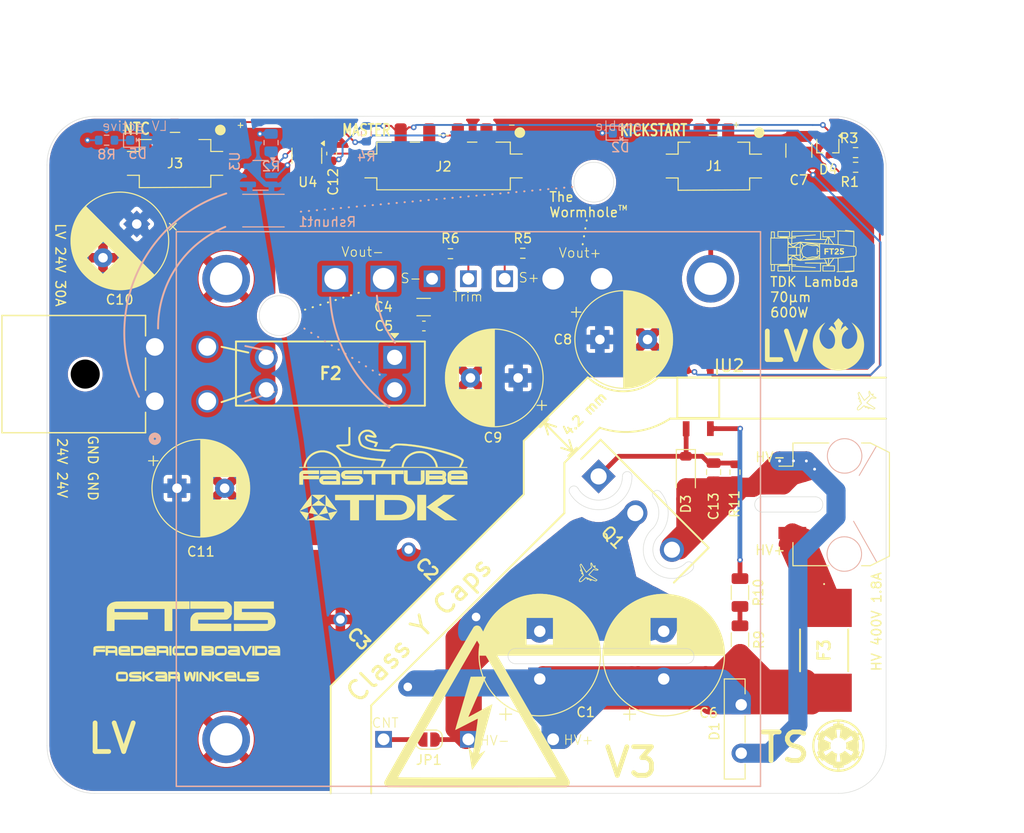
<source format=kicad_pcb>
(kicad_pcb
	(version 20241229)
	(generator "pcbnew")
	(generator_version "9.0")
	(general
		(thickness 1.67)
		(legacy_teardrops no)
	)
	(paper "A4")
	(layers
		(0 "F.Cu" mixed)
		(2 "B.Cu" mixed)
		(9 "F.Adhes" user "F.Adhesive")
		(11 "B.Adhes" user "B.Adhesive")
		(13 "F.Paste" user)
		(15 "B.Paste" user)
		(5 "F.SilkS" user "F.Silkscreen")
		(7 "B.SilkS" user "B.Silkscreen")
		(1 "F.Mask" user)
		(3 "B.Mask" user)
		(17 "Dwgs.User" user "User.Drawings")
		(19 "Cmts.User" user "User.Comments")
		(21 "Eco1.User" user "User.Eco1")
		(23 "Eco2.User" user "User.Eco2")
		(25 "Edge.Cuts" user)
		(27 "Margin" user)
		(31 "F.CrtYd" user "F.Courtyard")
		(29 "B.CrtYd" user "B.Courtyard")
		(35 "F.Fab" user)
		(33 "B.Fab" user)
		(39 "User.1" user)
		(41 "User.2" user)
		(43 "User.3" user)
		(45 "User.4" user)
		(47 "User.5" user)
		(49 "User.6" user)
		(51 "User.7" user)
		(53 "User.8" user)
		(55 "User.9" user)
	)
	(setup
		(stackup
			(layer "F.SilkS"
				(type "Top Silk Screen")
			)
			(layer "F.Paste"
				(type "Top Solder Paste")
			)
			(layer "F.Mask"
				(type "Top Solder Mask")
				(thickness 0.01)
			)
			(layer "F.Cu"
				(type "copper")
				(thickness 0.07)
			)
			(layer "dielectric 1"
				(type "core")
				(thickness 1.51)
				(material "FR4")
				(epsilon_r 4.5)
				(loss_tangent 0.02)
			)
			(layer "B.Cu"
				(type "copper")
				(thickness 0.07)
			)
			(layer "B.Mask"
				(type "Bottom Solder Mask")
				(thickness 0.01)
			)
			(layer "B.Paste"
				(type "Bottom Solder Paste")
			)
			(layer "B.SilkS"
				(type "Bottom Silk Screen")
			)
			(copper_finish "None")
			(dielectric_constraints no)
		)
		(pad_to_mask_clearance 0)
		(allow_soldermask_bridges_in_footprints no)
		(tenting front back)
		(grid_origin 154.6 131.4)
		(pcbplotparams
			(layerselection 0x00000000_00000000_55555555_5755f5ff)
			(plot_on_all_layers_selection 0x00000000_00000000_00000000_00000000)
			(disableapertmacros no)
			(usegerberextensions no)
			(usegerberattributes yes)
			(usegerberadvancedattributes yes)
			(creategerberjobfile no)
			(dashed_line_dash_ratio 12.000000)
			(dashed_line_gap_ratio 3.000000)
			(svgprecision 4)
			(plotframeref no)
			(mode 1)
			(useauxorigin yes)
			(hpglpennumber 1)
			(hpglpenspeed 20)
			(hpglpendiameter 15.000000)
			(pdf_front_fp_property_popups yes)
			(pdf_back_fp_property_popups yes)
			(pdf_metadata yes)
			(pdf_single_document no)
			(dxfpolygonmode yes)
			(dxfimperialunits yes)
			(dxfusepcbnewfont yes)
			(psnegative no)
			(psa4output no)
			(plot_black_and_white yes)
			(sketchpadsonfab no)
			(plotpadnumbers no)
			(hidednponfab no)
			(sketchdnponfab yes)
			(crossoutdnponfab yes)
			(subtractmaskfromsilk yes)
			(outputformat 1)
			(mirror no)
			(drillshape 0)
			(scaleselection 1)
			(outputdirectory "gerber/")
		)
	)
	(net 0 "")
	(net 1 "/-VIN")
	(net 2 "GND")
	(net 3 "Net-(D4-Pad3)")
	(net 4 "/+VIN")
	(net 5 "+3V3")
	(net 6 "/LV+")
	(net 7 "/3V_buttoncell")
	(net 8 "/TEMP_TSDCDC")
	(net 9 "/HV-in")
	(net 10 "/LV_I_measure")
	(net 11 "/I_meas_weak")
	(net 12 "Net-(U1-+S)")
	(net 13 "Net-(D2-A)")
	(net 14 "Net-(D5-K)")
	(net 15 "/Vout+")
	(net 16 "Net-(R3-Pad2)")
	(net 17 "Net-(U1-TRM)")
	(net 18 "/HV+in")
	(net 19 "/Enable_G")
	(net 20 "/Enable_Opto")
	(net 21 "Net-(JP1-A)")
	(net 22 "Net-(R10-Pad1)")
	(net 23 "/Vout-")
	(footprint "Capacitor_SMD:C_1210_3225Metric" (layer "F.Cu") (at 178.85 64.58 -90))
	(footprint "Resistor_SMD:R_0603_1608Metric" (layer "F.Cu") (at 184.8 64.8))
	(footprint "footprints:airplane" (layer "F.Cu") (at 156.66 108.97 135))
	(footprint "Capacitor_SMD:C_0805_2012Metric" (layer "F.Cu") (at 169.91 98.309999 -90))
	(footprint "footprints:VY1471M29Y5UC63V0" (layer "F.Cu") (at 130.766058 113.762876 -45))
	(footprint "footprints:rebellion" (layer "F.Cu") (at 183 84.9))
	(footprint "FaSTTUBe_connectors:Micro_Mate-N-Lok_2p_vertical" (layer "F.Cu") (at 169.94 66.21))
	(footprint "Capacitor_THT:CP_Radial_D12.5mm_P5.00mm" (layer "F.Cu") (at 151.679369 120.000968 90))
	(footprint "Capacitor_THT:CP_Radial_D10.0mm_P5.00mm" (layer "F.Cu") (at 109.411454 72.292233 -135))
	(footprint "LOGO"
		(layer "F.Cu")
		(uuid "36ea3436-548e-4414-bac1-a7348850c228")
		(at 180.33 75.14)
		(property "Reference" "G***"
			(at 0 0 0)
			(layer "F.SilkS")
			(hide yes)
			(uuid "f973503b-fa37-47d9-b20f-d30676bb0e6c")
			(effects
				(font
					(size 1.5 1.5)
					(thickness 0.3)
				)
			)
		)
		(property "Value" "LOGO"
			(at 0.75 0 0)
			(layer "F.SilkS")
			(hide yes)
			(uuid "6387be7f-2b16-465c-8f89-140f5aa812b4")
			(effects
				(font
					(size 1.5 1.5)
					(thickness 0.3)
				)
			)
		)
		(property "Datasheet" ""
			(at 0 0 0)
			(layer "F.Fab")
			(hide yes)
			(uuid "41393a24-4ba8-4af2-84c5-5556a5cd9241")
			(effects
				(font
					(size 1.27 1.27)
					(thickness 0.15)
				)
			)
		)
		(property "Description" ""
			(at 0 0 0)
			(layer "F.Fab")
			(hide yes)
			(uuid "47d9374d-4d87-4be0-875b-3451ee135b5f")
			(effects
				(font
					(size 1.27 1.27)
					(thickness 0.15)
				)
			)
		)
		(attr board_only exclude_from_pos_files exclude_from_bom)
		(fp_poly
			(pts
				(xy 2.210106 -0.240934) (xy 2.210106 -0.176067) (xy 2.115122 -0.176067) (xy 2.020138 -0.176067)
				(xy 2.020138 0.088034) (xy 2.020138 0.352134) (xy 1.948322 0.352134) (xy 1.876505 0.352134) (xy 1.876505 0.088034)
				(xy 1.876505 -0.176067) (xy 1.781521 -0.176067) (xy 1.686538 -0.176067) (xy 1.686538 -0.240935)
				(xy 1.686537 -0.305801) (xy 1.948322 -0.305801) (xy 2.210106 -0.305801)
			)
			(stroke
				(width 0)
				(type solid)
			)
			(fill yes)
			(layer "F.SilkS")
			(uuid "7df8e5e8-4ee8-444f-be4a-2fc6df64b466")
		)
		(fp_poly
			(pts
				(xy 1.644837 -0.238617) (xy 1.644837 -0.171435) (xy 1.49657 -0.171434) (xy 1.348303 -0.171434) (xy 1.348303 -0.10425)
				(xy 1.348303 -0.037067) (xy 1.484987 -0.037067) (xy 1.621671 -0.037067) (xy 1.621671 0.030116) (xy 1.621671 0.0973)
				(xy 1.484987 0.0973) (xy 1.348303 0.0973) (xy 1.348303 0.224717) (xy 1.348303 0.352134) (xy 1.27417 0.352134)
				(xy 1.200036 0.352134) (xy 1.200036 0.023167) (xy 1.200037 -0.305801) (xy 1.422437 -0.305801) (xy 1.644836 -0.305801)
			)
			(stroke
				(width 0)
				(type solid)
			)
			(fill yes)
			(layer "F.SilkS")
			(uuid "79488fa3-17fb-4e16-b5f3-2b64540a352f")
		)
		(fp_poly
			(pts
				(xy 2.532179 -0.312678) (xy 2.576155 -0.304473) (xy 2.614922 -0.2894) (xy 2.648 -0.267744) (xy 2.67491 -0.239793)
				(xy 2.695172 -0.205832) (xy 2.704208 -0.181813) (xy 2.708716 -0.159076) (xy 2.7108 -0.130942) (xy 2.71048 -0.100955)
				(xy 2.707773 -0.072656) (xy 2.703574 -0.052464) (xy 2.698715 -0.037255) (xy 2.692926 -0.02316) (xy 2.685517 -0.009402)
				(xy 2.675798 0.004797) (xy 2.663078 0.020215) (xy 2.646666 0.037632) (xy 2.625872 0.057823) (xy 2.600005 0.081568)
				(xy 2.568374 0.109644) (xy 2.53029 0.142829) (xy 2.529931 0.14314) (xy 2.430439 0.229351) (xy 2.575106 0.230575)
				(xy 2.719774 0.231799) (xy 2.719774 0.291967) (xy 2.719774 0.352134) (xy 2.490308 0.352134) (xy 2.260843 0.352134)
				(xy 2.262116 0.277056) (xy 2.263389 0.201979) (xy 2.356056 0.119177) (xy 2.402943 0.077122) (xy 2.443117 0.04073)
				(xy 2.476929 0.009665) (xy 2.504727 -0.016408) (xy 2.526863 -0.037827) (xy 2.543685 -0.054929) (xy 2.555544 -0.06805)
				(xy 2.562789 -0.077524) (xy 2.565176 -0.081851) (xy 2.5716 -0.10729) (xy 2.569746 -0.130812) (xy 2.56056 -0.15134)
				(xy 2.544994 -0.167801) (xy 2.523994 -0.179121) (xy 2.49851 -0.184225) (xy 2.475724 -0.18314) (xy 2.452963 -0.175273)
				(xy 2.433454 -0.159912) (xy 2.418912 -0.1387) (xy 2.413064 -0.123046) (xy 2.407173 -0.101018) (xy 2.367714 -0.103927)
				(xy 2.344598 -0.10571) (xy 2.320508 -0.107692) (xy 2.30031 -0.109471) (xy 2.298702 -0.109622) (xy 2.269145 -0.112408)
				(xy 2.272093 -0.14061) (xy 2.280459 -0.177948) (xy 2.296913 -0.213524) (xy 2.320278 -0.245457) (xy 2.349375 -0.271863)
				(xy 2.357833 -0.277654) (xy 2.388158 -0.29404) (xy 2.420755 -0.305158) (xy 2.458064 -0.31171) (xy 2.483473 -0.313727)
			)
			(stroke
				(width 0)
				(type solid)
			)
			(fill yes)
			(layer "F.SilkS")
			(uuid "c06ae400-d6b0-4739-b2a0-6d35249e5efc")
		)
		(fp_poly
			(pts
				(xy 3.243342 -0.245567) (xy 3.243342 -0.185334) (xy 3.111291 -0.185334) (xy 2.979241 -0.185333)
				(xy 2.979241 -0.135525) (xy 2.979241 -0.085718) (xy 3.035999 -0.085703) (xy 3.075658 -0.084189)
				(xy 3.108746 -0.079239) (xy 3.137528 -0.070212) (xy 3.16427 -0.05647) (xy 3.181956 -0.044466) (xy 3.203555 -0.026318)
				(xy 3.221029 -0.006004) (xy 3.236416 0.019128) (xy 3.246178 0.039116) (xy 3.254238 0.063529) (xy 3.259574 0.09369)
				(xy 3.261941 0.126422) (xy 3.261098 0.158544) (xy 3.257324 0.184609) (xy 3.244399 0.223685) (xy 3.224208 0.260227)
				(xy 3.198098 0.292412) (xy 3.167418 0.318418) (xy 3.150847 0.328502) (xy 3.111135 0.345164) (xy 3.066727 0.356095)
				(xy 3.020478 0.360938) (xy 2.975243 0.359334) (xy 2.945754 0.354196) (xy 2.903627 0.339619) (xy 2.867264 0.317857)
				(xy 2.836999 0.289211) (xy 2.813163 0.253981) (xy 2.79881 0.220868) (xy 2.79432 0.207035) (xy 2.791744 0.197519)
				(xy 2.791552 0.194601) (xy 2.796444 0.193609) (xy 2.808775 0.190877) (xy 2.826961 0.186759) (xy 2.849416 0.181613)
				(xy 2.863407 0.178384) (xy 2.887539 0.172819) (xy 2.908262 0.168078) (xy 2.924002 0.164518) (xy 2.933186 0.162495)
				(xy 2.934883 0.162167) (xy 2.937199 0.166065) (xy 2.941475 0.175947) (xy 2.943919 0.182163) (xy 2.957618 0.206359)
				(xy 2.976856 0.224378) (xy 2.999977 0.235881) (xy 3.025322 0.240528) (xy 3.051235 0.23798) (xy 3.076057 0.227898)
				(xy 3.095075 0.213134) (xy 3.111612 0.190456) (xy 3.120769 0.164235) (xy 3.12262 0.136431) (xy 3.117245 0.108995)
				(xy 3.10472 0.083886) (xy 3.089275 0.066498) (xy 3.070671 0.05315) (xy 3.049056 0.043822) (xy 3.022749 0.038071)
				(xy 2.990066 0.035457) (xy 2.969974 0.03519) (xy 2.940708 0.035905) (xy 2.915232 0.038169) (xy 2.889963 0.042519)
				(xy 2.861313 0.04949) (xy 2.845988 0.053732) (xy 2.835519 0.056704) (xy 2.838042 -0.086323) (xy 2.838768 -0.123978)
				(xy 2.83959 -0.160526) (xy 2.840463 -0.194417) (xy 2.841344 -0.224098) (xy 2.842188 -0.248021) (xy 2.842954 -0.264633)
				(xy 2.843135 -0.267576) (xy 2.845706 -0.305801) (xy 3.044525 -0.305801) (xy 3.243342 -0.305801)
			)
			(stroke
				(width 0)
				(type solid)
			)
			(fill yes)
			(layer "F.SilkS")
			(uuid "5a963cb9-9510-4127-9f96-127e7c222fca")
		)
		(fp_poly
			(pts
				(xy 3.38727 -2.232811) (xy 3.40086 -2.231479) (xy 3.422092 -2.229358) (xy 3.450178 -2.22653) (xy 3.484329 -2.223073)
				(xy 3.523759 -2.219069) (xy 3.567678 -2.214599) (xy 3.615297 -2.209743) (xy 3.66583 -2.204582) (xy 3.718489 -2.199197)
				(xy 3.772484 -2.193667) (xy 3.827029 -2.188075) (xy 3.881335 -2.182501) (xy 3.934614 -2.177024)
				(xy 3.986077 -2.171727) (xy 4.034939 -2.166689) (xy 4.080407 -2.161992) (xy 4.121698 -2.157716)
				(xy 4.158021 -2.153941) (xy 4.188587 -2.150748) (xy 4.200017 -2.149547) (xy 4.234253 -2.145885)
				(xy 4.265408 -2.142435) (xy 4.292316 -2.139335) (xy 4.31381 -2.136726) (xy 4.328722 -2.134745) (xy 4.335885 -2.133532)
				(xy 4.336334 -2.133359) (xy 4.336533 -2.128574) (xy 4.336655 -2.115023) (xy 4.336705 -2.093209)
				(xy 4.336684 -2.063633) (xy 4.336595 -2.026795) (xy 4.33644 -1.983198) (xy 4.336223 -1.933343) (xy 4.335944 -1.877731)
				(xy 4.335608 -1.816864) (xy 4.335216 -1.751243) (xy 4.33477 -1.681369) (xy 4.334273 -1.607743) (xy 4.333728 -1.530869)
				(xy 4.333136 -1.451244) (xy 4.332871 -1.416624) (xy 4.332241 -1.334602) (xy 4.331634 -1.254271)
				(xy 4.33105 -1.176204) (xy 4.330496 -1.10097) (xy 4.329976 -1.029142) (xy 4.329492 -0.961291) (xy 4.329052 -0.897987)
				(xy 4.328655 -0.839801) (xy 4.328308 -0.787305) (xy 4.328013 -0.741071) (xy 4.327776 -0.701668)
				(xy 4.327599 -0.669669) (xy 4.327487 -0.645643) (xy 4.327444 -0.630164) (xy 4.327444 -0.627586)
				(xy 4.327545 -0.55322) (xy 4.37377 -0.54809) (xy 4.419996 -0.542959) (xy 4.484971 -0.483626) (xy 4.505281 -0.464833)
				(xy 4.522986 -0.44798) (xy 4.537024 -0.434118) (xy 4.546333 -0.424295) (xy 4.54985 -0.419562) (xy 4.549855 -0.419489)
				(xy 4.550293 -0.414027) (xy 4.551582 -0.400285) (xy 4.55363 -0.379199) (xy 4.556344 -0.351708) (xy 4.55963 -0.31875)
				(xy 4.563396 -0.281261) (xy 4.567548 -0.240179) (xy 4.571355 -0.202709) (xy 4.592945 0.009267) (xy 4.571355 0.221242)
				(xy 4.566945 0.264663) (xy 4.562841 0.305296) (xy 4.559137 0.342206) (xy 4.555926 0.374453) (xy 4.553301 0.401102)
				(xy 4.551353 0.421213) (xy 4.550178 0.433849) (xy 4.549855 0.438022) (xy 4.546612 0.442512) (xy 4.537531 0.452137)
				(xy 4.523674 0.465847) (xy 4.506105 0.482593) (xy 4.485885 0.501324) (xy 4.484971 0.50216) (xy 4.419997 0.561493)
				(xy 4.373769 0.566623) (xy 4.327545 0.571753) (xy 4.327444 0.646119) (xy 4.327469 0.65926) (xy 4.327563 0.681097)
				(xy 4.327723 0.711058) (xy 4.327945 0.748571) (xy 4.328225 0.793067) (xy 4.328559 0.843974) (xy 4.328943 0.90072)
				(xy 4.329373 0.962734) (xy 4.329846 1.029446) (xy 4.330356 1.100286) (xy 4.330901 1.17468) (xy 4.331477 1.252059)
				(xy 4.332079 1.33185) (xy 4.332704 1.413485) (xy 4.332871 1.435157) (xy 4.333481 1.5158) (xy 4.334047 1.593906)
				(xy 4.334564 1.668978) (xy 4.335032 1.740512) (xy 4.335447 1.808006) (xy 4.335808 1.870958) (xy 4.336111 1.928869)
				(xy 4.336355 1.981237) (xy 4.336537 2.02756) (xy 4.336653 2.067337) (xy 4.336704 2.100067) (xy 4.336685 2.125248)
				(xy 4.336594 2.142379) (xy 4.336429 2.150958) (xy 4.336335 2.151893) (xy 4.331377 2.152884) (xy 4.318367 2.15468)
				(xy 4.298472 2.157138) (xy 4.272859 2.160123) (xy 4.242694 2.163495) (xy 4.209148 2.167117) (xy 4.200017 2.168082)
				(xy 4.172233 2.170992) (xy 4.138346 2.174521) (xy 4.099146 2.178586) (xy 4.055419 2.183108) (xy 4.007954 2.188005)
				(xy 3.957539 2.193199) (xy 3.904962 2.198607) (xy 3.851011 2.204148) (xy 3.796475 2.209742) (xy 3.742141 2.215309)
				(xy 3.688796 2.220768) (xy 3.63723 2.226037) (xy 3.588231 2.231037) (xy 3.542586 2.235687) (xy 3.501083 2.239906)
				(xy 3.464512 2.243614) (xy 3.433658 2.246729) (xy 3.409312 2.249172) (xy 3.39226 2.250859) (xy 3.383291 2.251715)
				(xy 3.382109 2.251806) (xy 3.380255 2.247528) (xy 3.378178 2.23608) (xy 3.376217 2.219545) (xy 3.37545 2.210835)
				(xy 3.3736 2.191763) (xy 3.371439 2.175942) (xy 3.369333 2.165869) (xy 3.368582 2.163999) (xy 3.368194 2.163123)
				(xy 3.367841 2.162336) (xy 3.367055 2.161657) (xy 3.365358 2.161104) (xy 3.362276 2.160697) (xy 3.357337 2.160453)
				(xy 3.350069 2.160392) (xy 3.339994 2.160532) (xy 3.32664 2.16089) (xy 3.309536 2.161487) (xy 3.288204 2.162341)
				(xy 3.26217 2.16347) (xy 3.230964 2.164892) (xy 3.19411 2.166627) (xy 3.151135 2.168692) (xy 3.101565 2.171107)
				(xy 3.044926 2.17389) (xy 2.980744 2.177059) (xy 2.908545 2.180634) (xy 2.827857 2.184632) (xy 2.773776 2.187311)
				(xy 2.723126 2.189773) (xy 2.675244 2.19201) (xy 2.630927 2.19399) (xy 2.590972 2.195683) (xy 2.556177 2.197057)
				(xy 2.52734 2.198081) (xy 2.505257 2.198724) (xy 2.490727 2.198954) (xy 2.484548 2.198738) (xy 2.484397 2.198675)
				(xy 2.482972 2.193086) (xy 2.4815 2.180449) (xy 2.480208 2.162975) (xy 2.479683 2.152716) (xy 2.477796 2.109587)
				(xy 2.502643 2.106603) (xy 2.520245 2.105084) (xy 2.542271 2.103995) (xy 2.563398 2.103579) (xy 2.599307 2.103539)
				(xy 2.599205 2.03983) (xy 2.599136 2.026958) (xy 2.59896 2.005475) (xy 2.598682 1.976034) (xy 2.598313 1.939289)
				(xy 2.597857 1.895895) (xy 2.597323 1.846507) (xy 2.596718 1.791777) (xy 2.596049 1.732363) (xy 2.595323 1.668916)
				(xy 2.594547 1.602089) (xy 2.593729 1.53254) (xy 2.592876 1.460921) (xy 2.592357 1.417804) (xy 2.591488 1.345622)
				(xy 2.590651 1.275356) (xy 2.589851 1.207638) (xy 2.589097 1.143098) (xy 2.588395 1.08237) (xy 2.587752 1.026085)
				(xy 2.587175 0.974875) (xy 2.586672 0.929372) (xy 2.58625 0.890208) (xy 2.585916 0.858015) (xy 2.585677 0.833425)
				(xy 2.585539 0.817069) (xy 2.585508 0.811266) (xy 2.585407 0.763045) (xy 2.477681 0.76615) (xy 2.420738 0.767807)
				(xy 2.372367 0.769264) (xy 2.331872 0.770562) (xy 2.298559 0.771745) (xy 2.271738 0.772854) (xy 2.250712 0.773931)
				(xy 2.234789 0.775018) (xy 2.223275 0.776158) (xy 2.215478 0.777392) (xy 2.210703 0.778764) (xy 2.208257 0.780313)
				(xy 2.207447 0.782084) (xy 2.207419 0.782564) (xy 2.204733 0.787317) (xy 2.196946 0.798996) (xy 2.184444 0.817061)
				(xy 2.167617 0.84097) (xy 2.146849 0.870183) (xy 2.122527 0.90416) (xy 2.09504 0.94236) (xy 2.064773 0.984242)
				(xy 2.032115 1.029266) (xy 1.99745 1.07689) (xy 1.961168 1.126575) (xy 1.960005 1.128165) (xy 1.923623 1.177986)
				(xy 1.888809 1.225823) (xy 1.855956 1.271128) (xy 1.825453 1.313354) (xy 1.797694 1.351955) (xy 1.773068 1.386383)
				(xy 1.751966 1.416092) (xy 1.734781 1.440534) (xy 1.721903 1.459162) (xy 1.713724 1.47143) (xy 1.710635 1.47679)
				(xy 1.710627 1.476824) (xy 1.708624 1.487304) (xy 2.003382 1.487304) (xy 2.298139 1.487304) (xy 2.298144 1.583446)
				(xy 2.298213 1.608384) (xy 2.298406 1.641116) (xy 2.29871 1.680174) (xy 2.299111 1.724089) (xy 2.299595 1.771389)
				(xy 2.300147 1.820606) (xy 2.300755 1.870268) (xy 2.301218 1.905463) (xy 2.304286 2.131339) (xy 1.647305 2.131339)
				(xy 0.990323 2.131339) (xy 0.993195 2.113964) (xy 0.993689 2.106417) (xy 0.994158 2.090423) (xy 0.994594 2.066805)
				(xy 0.99496 2.038672) (xy 1.08875 2.038672) (xy 1.647111 2.038672) (xy 2.205472 2.038672) (xy 2.205472 1.809321)
				(xy 2.205472 1.579971) (xy 1.656421 1.579199) (xy 1.585739 1.579096) (xy 1.517565 1.578991) (xy 1.452484 1.578885)
				(xy 1.391074 1.578779) (xy 1.333918 1.578675) (xy 1.281595 1.578571) (xy 1.234689 1.578472) (xy 1.193778 1.578378)
				(xy 1.159447 1.57829) (xy 1.132272 1.578209) (xy 1.112838 1.578137) (xy 1.101725 1.578074) (xy 1.099261 1.57804)
				(xy 1.097423 1.578408) (xy 1.095875 1.580202) (xy 1.094589 1.584173) (xy 1.093535 1.591074) (xy 1.092682 1.601656)
				(xy 1.091999 1.61667) (xy 1.091456 1.636869) (xy 1.091023 1.663004) (xy 1.090669 1.695827) (xy 1.090364 1.736087)
				(xy 1.090077 1.784539) (xy 1.089951 1.808163) (xy 1.08875 2.038672) (xy 0.99496 2.038672) (xy 0.99499 2.036382)
				(xy 0.995338 1.999975) (xy 0.995631 1.958404) (xy 0.995862 1.912492) (xy 0.996024 1.863057) (xy 0.996108 1.810921)
				(xy 0.996118 1.78963) (xy 0.996169 1.482671) (xy 1.242123 1.482671) (xy 1.291787 1.482595) (xy 1.337431 1.482378)
				(xy 1.378334 1.48203) (xy 1.413769 1.481564) (xy 1.443013 1.480992) (xy 1.465339 1.480327) (xy 1.480024 1.47958)
				(xy 1.486341 1.478764) (xy 1.486531 1.478558) (xy 1.484152 1.47334) (xy 1.478357 1.461039) (xy 1.469747 1.442919)
				(xy 1.458926 1.420247) (xy 1.446495 1.394288) (xy 1.441011 1.382862) (xy 1.397037 1.291279) (xy 1.283478 1.294298)
				(xy 1.249685 1.295057) (xy 1.208904 1.295746) (xy 1.163413 1.296342) (xy 1.11549 1.296818) (xy 1.067413 1.297151)
				(xy 1.021462 1.297314) (xy 1.006594 1.297327) (xy 0.843269 1.297337) (xy 0.843269 1.721288) (xy 0.843269 2.145239)
				(xy -0.708148 2.145239) (xy -2.259563 2.145239) (xy -2.262634 1.935978) (xy -2.263315 1.886185)
				(xy -2.263944 1.833688) (xy -2.264503 1.780411) (xy -2.264976 1.728276) (xy -2.265345 1.679207)
				(xy -2.265592 1.635127) (xy -2.265702 1.59796) (xy -2.265706 1.590794) (xy -2.265739 1.55167) (xy -2.265876 1.520834)
				(xy -2.266173 1.497306) (xy -2.266692 1.480108) (xy -2.26749 1.46826) (xy -2.268626 1.460783) (xy -2.270157 1.456697)
				(xy -2.272141 1.455025) (xy -2.273814 1.454766) (xy -2.280294 1.454537) (xy -2.294854 1.453935)
				(xy -2.316319 1.453013) (xy -2.343512 1.451821) (xy -2.37526 1.450411) (xy -2.410382 1.448834) (xy -2.43019 1.447939)
				(xy -2.468142 1.446262) (xy -2.504686 1.44473) (xy -2.538371 1.443397) (xy -2.567745 1.442318) (xy -2.591357 1.441547)
				(xy -2.607758 1.441142) (xy -2.612049 1.441093) (xy -2.64564 1.44097) (xy -2.64564 1.468771) (xy -2.645639 1.496571)
				(xy -2.525331 1.496571) (xy -2.405021 1.496571) (xy -2.403705 1.805846) (xy -2.403515 1.858546)
				(xy -2.403401 1.908502) (xy -2.40336 1.954946) (xy -2.40339 1.997109) (xy -2.403489 2.034222) (xy -2.403653 2.065515)
				(xy -2.403881 2.090221) (xy -2.404171 2.107569) (xy -2.404518 2.116791) (xy -2.404706 2.118106)
				(xy -2.409529 2.11848) (xy -2.423095 2.118886) (xy -2.44488 2.119321) (xy -2.474362 2.119778) (xy -2.511016 2.120253)
				(xy -2.554319 2.12074) (xy -2.603749 2.121235) (xy -2.658781 2.121732) (xy -2.718891 2.122227) (xy -2.783558 2.122715)
				(xy -2.852257 2.12319) (xy -2.924462 2.123648) (xy -2.999654 2.124083) (xy -3.0638 2.124423) (xy -3.720577 2.127757)
				(xy -3.720577 1.81448) (xy -3.720577 1.593871) (xy -3.62791 1.593871) (xy -3.62791 1.814711) (xy -3.62791 2.03555)
				(xy -3.411698 2.032478) (xy -3.369215 2.031948) (xy -3.31891 2.031448) (xy -3.262228 2.030984) (xy -3.200615 2.030565)
				(xy -3.135516 2.030198) (xy -3.068375 2.029891) (xy -3.000637 2.029653) (xy -2.933749 2.02949) (xy -2.869154 2.029412)
				(xy -2.846385 2.029405) (xy -2.497283 2.029405) (xy -2.498486 1.81048) (xy -2.49969 1.591554) (xy -2.537915 1.591676)
				(xy -2.547579 1.591701) (xy -2.565869 1.591743) (xy -2.592146 1.591801) (xy -2.62577 1.591872) (xy -2.666099 1.591957)
				(xy -2.712496 1.592053) (xy -2.764319 1.592159) (xy -2.820929 1.592274) (xy -2.881685 1.592396)
				(xy -2.945948 1.592525) (xy -3.013077 1.592659) (xy -3.082432 1.592796) (xy -3.102025 1.592834)
				(xy -3.62791 1.593871) (xy -3.720577 1.593871) (xy -3.720577 1.501204) (xy -3.654551 1.501183) (xy -3.624666 1.500936)
				(xy -3.592334 1.500279) (xy -3.561481 1.499312) (xy -3.536401 1.498158) (xy -3.484276 1.495155)
				(xy -3.484276 1.468063) (xy -3.484276 1.44097) (xy -3.740716 1.44097) (xy -3.997156 1.44097) (xy -4.000524 1.764101)
				(xy -4.001097 1.817922) (xy -4.001663 1.868962) (xy -4.002214 1.916476) (xy -4.002738 1.959718)
				(xy -4.003227 1.997942) (xy -4.00367 2.030405) (xy -4.004058 2.056359) (xy -4.004382 2.07506) (xy -4.004631 2.085762)
				(xy -4.004755 2.088096) (xy -4.009616 2.088576) (xy -4.02259 2.089168) (xy -4.042528 2.089847) (xy -4.068278 2.090589)
				(xy -4.098689 2.091373) (xy -4.132609 2.092176) (xy -4.168888 2.092974) (xy -4.206373 2.093745)
				(xy -4.243913 2.094466) (xy -4.28036 2.095114) (xy -4.314559 2.095667) (xy -4.34536 2.096101) (xy -4.371612 2.096393)
				(xy -4.392163 2.096521) (xy -4.405862 2.096463) (xy -4.411559 2.096194) (xy -4.41163 2.096166) (xy -4.412287 2.091243)
				(xy -4.412909 2.077802) (xy -4.413489 2.056593) (xy -4.414016 2.028365) (xy -4.414482 1.993867)
				(xy -4.414878 1.953848) (xy -4.415193 1.909058) (xy -4.415422 1.860246) (xy -4.415551 1.808161)
				(xy -4.415578 1.769665) (xy -4.415578 1.445919) (xy -4.322912 1.44592) (xy -4.322911 1.632667) (xy -4.32283 1.677998)
				(xy -4.322597 1.724363) (xy -4.322233 1.770035) (xy -4.321755 1.813286) (xy -4.321184 1.852391)
				(xy -4.320538 1.885623) (xy -4.319861 1.910511) (xy -4.31681 2.001605) (xy -4.27237 2.001588) (xy -4.250095 2.001348)
				(xy -4.222113 2.000707) (xy -4.191967 1.999762) (xy -4.163205 1.99861) (xy -4.162654 1.998585) (xy -4.09738 1.995599)
				(xy -4.094329 1.722449) (xy -4.093807 1.672987) (xy -4.093375 1.626306) (xy -4.093037 1.583227)
				(xy -4.092796 1.544568) (xy -4.092653 1.51115) (xy -4.092615 1.483793) (xy -4.092685 1.463316) (xy -4.092866 1.450539)
				(xy -4.09313 1.446294) (xy -4.09808 1.445515) (xy -4.111021 1.444917) (xy -4.130668 1.444519) (xy -4.155749 1.444338)
				(xy -4.184984 1.444394) (xy -4.208947 1.444604) (xy -4.322912 1.44592) (xy -4.415578 1.445919) (xy -4.415578 1.445604)
				(xy -4.44609 1.445604) (xy -4.476601 1.445603) (xy -4.472918 1.340195) (xy -4.472551 1.32484) (xy -4.472203 1.300703)
				(xy -4.471875 1.268271) (xy -4.471567 1.22803) (xy -4.471279 1.180464) (xy -4.47101 1.126058) (xy -4.470761 1.065302)
				(xy -4.470532 0.998677) (xy -4.470323 0.92667) (xy -4.470132 0.849767) (xy -4.469964 0.768454) (xy -4.469814 0.683216)
				(xy -4.469683 0.594538) (xy -4.469572 0.502907) (xy -4.469482 0.408808) (xy -4.469412 0.312726)
				(xy -4.469361 0.215146) (xy -4.469329 0.116557) (xy -4.469318 0.017441) (xy -4.469319 0.009267)
				(xy -4.376195 0.009267) (xy -4.376195 1.348304) (xy -3.921735 1.348303) (xy -3.84542 1.348265) (xy -3.763054 1.348156)
				(xy -3.676284 1.347978) (xy -3.586755 1.34774) (xy -3.496112 1.347448) (xy -3.4755 1.34737) (xy -2.566874 1.347369)
				(xy -2.510115 1.350271) (xy -2.485398 1.351507) (xy -2.454562 1.353009) (xy -2.420743 1.354622)
				(xy -2.387079 1.356201) (xy -2.369956 1.35699) (xy -2.342439 1.358262) (xy -2.317591 1.359435) (xy -2.297116 1.360426)
				(xy -2.28272 1.361153) (xy -2.27648 1.361507) (xy -2.266404 1.362204) (xy -2.268995 1.099261) (xy -2.269489 1.050816)
				(xy -2.269988 1.005216) (xy -2.270479 0.963292) (xy -2.270952 0.925869) (xy -2.271395 0.893779)
				(xy -2.271407 0.893007) (xy -2.176597 0.893007) (xy -2.176496 0.920555) (xy -2.176287 0.953996)
				(xy -2.175973 0.992488) (xy -2.175561 1.035186) (xy -2.175055 1.081248) (xy -2.174701 1.110891)
				(xy -2.17154 1.365972) (xy -2.129432 1.368977) (xy -2.067771 1.373609) (xy -2.010185 1.378392) (xy -1.957281 1.383255)
				(xy -1.909674 1.388125) (xy -1.867971 1.39293) (xy -1.832783 1.397595) (xy -1.80472 1.40205) (xy -1.784393 1.406223)
				(xy -1.772412 1.410037) (xy -1.769774 1.411753) (xy -1.769529 1.417538) (xy -1.771735 1.42998) (xy -1.775956 1.446925)
				(xy -1.778921 1.457187) (xy -1.785239 1.477077) (xy -1.790133 1.489488) (xy -1.794401 1.495928)
				(xy -1.798845 1.497914) (xy -1.800426 1.497857) (xy -1.808153 1.49683) (xy -1.823059 1.494741) (xy -1.843149 1.491874)
				(xy -1.866434 1.488511) (xy -1.871871 1.48772) (xy -1.897523 1.484335) (xy -1.929466 1.480654) (xy -1.964746 1.476986)
				(xy -2.000406 1.473642) (xy -2.027089 1.471419) (xy -2.057452 1.46905) (xy -2.086497 1.466764) (xy -2.112259 1.464717)
				(xy -2.132778 1.463064) (xy -2.146087 1.461962) (xy -2.146397 1.461935) (xy -2.173039 1.459646)
				(xy -2.173039 1.489692) (xy -2.172691 1.506113) (xy -2.171285 1.515262) (xy -2.168279 1.519122)
				(xy -2.164797 1.519737) (xy -2.158723 1.520031) (xy -2.144281 1.520874) (xy -2.12235 1.522213) (xy -2.093809 1.52399)
				(xy -2.059538 1.526152) (xy -2.020415 1.528643) (xy -1.977319 1.531407) (xy -1.93113 1.534389) (xy -1.906488 1.535988)
				(xy -1.854929 1.539338) (xy -1.80268 1.542728) (xy -1.751135 1.546071) (xy -1.701688 1.549275) (xy -1.655732 1.55225)
				(xy -1.614661 1.554907) (xy -1.579869 1.557154) (xy -1.552749 1.558901) (xy -1.549854 1.559087)
				(xy -1.519396 1.561047) (xy -1.481663 1.56348) (xy -1.438624 1.566258) (xy -1.392251 1.569254) (xy -1.344516 1.57234)
				(xy -1.297389 1.575391) (xy -1.264903 1.577495) (xy -1.217015 1.580596) (xy -1.16498 1.583963) (xy -1.111213 1.587439)
				(xy -1.058137 1.590868) (xy -1.008165 1.594093) (xy -0.963719 1.596959) (xy -0.942887 1.598301)
				(xy -0.897305 1.601236) (xy -0.845716 1.60456) (xy -0.791355 1.608063) (xy -0.737462 1.611537) (xy -0.687275 1.614773)
				(xy -0.655619 1.616816) (xy -0.610848 1.619703) (xy -0.559926 1.622982) (xy -0.505948 1.626455)
				(xy -0.452011 1.629924) (xy -0.401211 1.633186) (xy -0.363718 1.635592) (xy -0.328419 1.637861)
				(xy -0.285555 1.640625) (xy -0.236806 1.643776) (xy -0.183852 1.647202) (xy -0.128376 1.650799)
				(xy -0.072057 1.654455) (xy -0.016577 1.658062) (xy 0.031407 1.661186) (xy 0.078504 1.664246) (xy 0.122931 1.667115)
				(xy 0.163807 1.669738) (xy 0.200251 1.672059) (xy 0.231381 1.674022) (xy 0.256316 1.675572) (xy 0.274174 1.676652)
				(xy 0.284073 1.677206) (xy 0.285714 1.677271) (xy 0.289145 1.678355) (xy 0.291125 1.682707) (xy 0.291847 1.691981)
				(xy 0.291504 1.70783) (xy 0.290854 1.721421) (xy 0.289553 1.740799) (xy 0.287959 1.756543) (xy 0.286321 1.766454)
				(xy 0.285478 1.768637) (xy 0.280651 1.768608) (xy 0.266958 1.768) (xy 0.24478 1.766836) (xy 0.214499 1.765141)
				(xy 0.176497 1.762937) (xy 0.131153 1.76025) (xy 0.078851 1.757101) (xy 0.019972 1.753516) (xy -0.045106 1.749517)
				(xy -0.115998 1.745128) (xy -0.192324 1.740372) (xy -0.273703 1.735274) (xy -0.359753 1.729857)
				(xy -0.450093 1.724144) (xy -0.544342 1.718159) (xy -0.642118 1.711925) (xy -0.743041 1.705468)
				(xy -0.846728 1.698808) (xy -0.944155 1.692531) (xy -1.050013 1.6857) (xy -1.153439 1.679031) (xy -1.254052 1.67255)
				(xy -1.351472 1.666279) (xy -1.445319 1.660243) (xy -1.535212 1.654466) (xy -1.620772 1.648974)
				(xy -1.701618 1.643789) (xy -1.77737 1.638936) (xy -1.847648 1.634441) (xy -1.912071 1.630326) (xy -1.97026 1.626617)
				(xy -2.021834 1.623337) (xy -2.066412 1.620512) (xy -2.103615 1.618164) (xy -2.133063 1.61632) (xy -2.154375 1.615002)
				(xy -2.167171 1.614236) (xy -2.171095 1.614039) (xy -2.171128 1.618662) (xy -2.171074 1.631645)
				(xy -2.170943 1.652082) (xy -2.170742 1.679067) (xy -2.170476 1.711694) (xy -2.170155 1.749057)
				(xy -2.169782 1.790249) (xy -2.169374 1.833647) (xy -2.167282 2.052572) (xy -0.707684 2.052572)
				(xy 0.751913 2.052572) (xy 0.748501 1.676113) (xy 0.747965 1.617934) (xy 0.747438 1.562492) (xy 0.746927 1.510476)
				(xy 0.746439 1.462575) (xy 0.745982 1.419482) (xy 0.745565 1.381879) (xy 0.745193 1.350461) (xy 0.744876 1.325917)
				(xy 0.74462 1.308934) (xy 0.744433 1.300203) (xy 0.74437 1.299146) (xy 0.739738 1.29906) (xy 0.726314 1.298912)
				(xy 0.704572 1.298707) (xy 0.674985 1.29845) (xy 0.63803 1.298141) (xy 0.594179 1.297786) (xy 0.543907 1.297389)
				(xy 0.487688 1.296953) (xy 0.425996 1.296482) (xy 0.359306 1.295979) (xy 0.288092 1.295448) (xy 0.212828 1.294894)
				(xy 0.133988 1.294318) (xy 0.052047 1.293726) (xy -0.032522 1.293121) (xy -0.050967 1.292989) (xy -0.136082 1.292366)
				(xy -0.218697 1.291727) (xy -0.298338 1.291076) (xy -0.374525 1.29042) (xy -0.446785 1.289762) (xy -0.51464 1.289109)
				(xy -0.577615 1.288467) (xy -0.635234 1.287838) (xy -0.687017 1.287229) (xy -0.732492 1.286647)
				(xy -0.771182 1.286094) (xy -0.80261 1.285578) (xy -0.8263 1.285103) (xy -0.841774 1.284674) (xy -0.848559 1.284296)
				(xy -0.848834 1.284224) (xy -0.849966 1.278521) (xy -0.850313 1.265798) (xy -0.849853 1.248265)
				(xy -0.849272 1.23771) (xy -0.84646 1.194313) (xy -0.241371 1.198332) (xy -0.165921 1.198806) (xy -0.087571 1.199245)
				(xy -0.006827 1.199647) (xy 0.075804 1.200015) (xy 0.159817 1.200345) (xy 0.244705 1.200641) (xy 0.329962 1.2009)
				(xy 0.415083 1.201123) (xy 0.49956 1.201308) (xy 0.582888 1.201456) (xy 0.664561 1.201569) (xy 0.744073 1.201645)
				(xy 0.820918 1.20168) (xy 0.894589 1.201678) (xy 0.964581 1.20164) (xy 1.030387 1.201562) (xy 1.091501 1.201446)
				(xy 1.147417 1.20129) (xy 1.19763 1.201096) (xy 1.241632 1.200862) (xy 1.278919 1.200589) (xy 1.308983 1.200276)
				(xy 1.331319 1.199923) (xy 1.34542 1.19953) (xy 1.35078 1.199096) (xy 1.350806 1.199078) (xy 1.349214 1.19475)
				(xy 1.344123 1.183101) (xy 1.336024 1.165174) (xy 1.325408 1.142014) (xy 1.312764 1.114663) (xy 1.298583 1.084164)
				(xy 1.283355 1.051563) (xy 1.26757 1.0179) (xy 1.251718 0.984222) (xy 1.23629 0.951571) (xy 1.221776 0.920988)
				(xy 1.208665 0.893521) (xy 1.197449 0.87021) (xy 1.188618 0.852101) (xy 1.18266 0.840235) (xy 1.180095 0.835685)
				(xy 1.175226 0.835695) (xy 1.161554 0.836353) (xy 1.139522 0.83763) (xy 1.10957 0.839495) (xy 1.07214 0.84192)
				(xy 1.027672 0.844876) (xy 0.976607 0.848331) (xy 0.919386 0.852257) (xy 0.85645 0.856627) (xy 0.788239 0.861409)
				(xy 0.715194 0.866573) (xy 0.685735 0.868667) (xy 0.663095 0.870269) (xy 0.632355 0.872428) (xy 0.594658 0.875065)
				(xy 0.551149 0.8781) (xy 0.502971 0.881454) (xy 0.451269 0.885047) (xy 0.397186 0.888799) (xy 0.341867 0.89263)
				(xy 0.286456 0.896461) (xy 0.284951 0.896566) (xy 0.176937 0.90403) (xy 0.077696 0.910891) (xy -0.013246 0.917182)
				(xy -0.09636 0.922935) (xy -0.172119 0.928184) (xy -0.240997 0.932962) (xy -0.303464 0.9373) (xy -0.359995 0.941234)
				(xy -0.411061 0.944794) (xy -0.457135 0.948013) (xy -0.49869 0.950924) (xy -0.536198 0.953561) (xy -0.549051 0.954467)
				(xy -0.578891 0.956562) (xy -0.616558 0.95919) (xy -0.660642 0.962254) (xy -0.709728 0.965655) (xy -0.7624 0.969296)
				(xy -0.817245 0.973079) (xy -0.872847 0.976906) (xy -0.927792 0.980679) (xy -0.949836 0.98219) (xy -1.01286 0.986511)
				(xy -1.067275 0.990257) (xy -1.113708 0.993486) (xy -1.152795 0.996259) (xy -1.185167 0.998635)
				(xy -1.211458 1.000672) (xy -1.232301 1.002429) (xy -1.248327 1.003966) (xy -1.26017 1.005342) (xy -1.268462 1.006617)
				(xy -1.273837 1.007848) (xy -1.276926 1.009095) (xy -1.278363 1.010417) (xy -1.27878 1.011874) (xy -1.278804 1.012926)
				(xy -1.282603 1.018344) (xy -1.286912 1.019325) (xy -1.292531 1.018476) (xy -1.306619 1.016012)
				(xy -1.328539 1.012051) (xy -1.357656 1.006711) (xy -1.393335 1.000111) (xy -1.434941 0.992369)
				(xy -1.481838 0.983603) (xy -1.533392 0.973932) (xy -1.588967 0.963474) (xy -1.647926 0.952347)
				(xy -1.709637 0.94067) (xy -1.734781 0.935903) (xy -1.797241 0.924076) (xy -1.857088 0.912784) (xy -1.913699 0.902139)
				(xy -1.953465 0.894691) (xy -1.182718 0.894691) (xy -1.181463 0.896526) (xy -1.178384 0.896375)
				(xy -1.172445 0.895435) (xy -1.157826 0.893191) (xy -1.135011 0.889716) (xy -1.104486 0.885085)
				(xy -1.066734 0.879368) (xy -1.022239 0.87264) (xy -0.971486 0.864975) (xy -0.914959 0.856444) (xy -0.853143 0.847121)
				(xy -0.786521 0.837079) (xy -0.736248 0.829506) (xy 1.283437 0.829506) (xy 1.285371 0.83409) (xy 1.290948 0.846313)
				(xy 1.299823 0.865444) (xy 1.311656 0.890755) (xy 1.326103 0.921518) (xy 1.342822 0.957002) (xy 1.361471 0.99648)
				(xy 1.381708 1.039222) (xy 1.403189 1.0845) (xy 1.404312 1.086863) (xy 1.426648 1.133895) (xy 1.448401 1.179705)
				(xy 1.46914 1.223387) (xy 1.488433 1.264033) (xy 1.50585 1.300734) (xy 1.52096 1.332582) (xy 1.53333 1.358667)
				(xy 1.542531 1.378082) (xy 1.547623 1.388845) (xy 1.556963 1.407744) (xy 1.565324 1.423077) (xy 1.571732 1.433155)
				(xy 1.575015 1.436337) (xy 1.580188 1.435472) (xy 1.580479 1.435179) (xy 1.580745 1.430338) (xy 1.581201 1.417174)
				(xy 1.581825 1.396605) (xy 1.582595 1.369556) (xy 1.58344 1.338627) (xy 1.677952 1.338627) (xy 1.678207 1.349718)
				(xy 1.678783 1.352937) (xy 1.681828 1.348916) (xy 1.689917 1.337994) (xy 1.702623 1.320751) (xy 1.719521 1.297767)
				(xy 1.740185 1.269622) (xy 1.764191 1.236896) (xy 1.791111 1.200169) (xy 1.820521 1.160021) (xy 1.851995 1.117032)
				(xy 1.885108 1.071782) (xy 1.889579 1.065669) (xy 1.9228 1.020219) (xy 1.954356 0.976973) (xy 1.983829 0.936509)
				(xy 2.010802 0.899402) (xy 2.034857 0.866229) (xy 2.055579 0.837567) (xy 2.072549 0.813991) (xy 2.085351 0.796077)
				(xy 2.093565 0.784403) (xy 2.096777 0.779544) (xy 2.096803 0.77944) (xy 2.092053 0.779288) (xy 2.079195 0.779455)
				(xy 2.059383 0.779902) (xy 2.033769 0.780591) (xy 2.003504 0.78148) (xy 1.969743 0.782532) (xy 1.933637 0.783705)
				(xy 1.896338 0.784961) (xy 1.859 0.786261) (xy 1.822775 0.787565) (xy 1.788815 0.788832) (xy 1.758272 0.790024)
				(xy 1.7323 0.791103) (xy 1.712051 0.792025) (xy 1.698677 0.792754) (xy 1.693331 0.79325) (xy 1.693288 0.793274)
				(xy 1.692863 0.798069) (xy 1.692256 0.811168) (xy 1.691498 0.83161) (xy 1.690619 0.858433) (xy 1.68965 0.890677)
				(xy 1.688622 0.92738) (xy 1.687565 0.967583) (xy 1.686964 0.991606) (xy 1.685818 1.037429) (xy 1.684622 1.083742)
				(xy 1.683421 1.128973) (xy 1.682258 1.171551) (xy 1.681174 1.209907) (xy 1.680215 1.242468) (xy 1.67942 1.267665)
				(xy 1.679281 1.271853) (xy 1.678498 1.298287) (xy 1.678052 1.321014) (xy 1.677952 1.338627) (xy 1.58344 1.338627)
				(xy 1.583486 1.336946) (xy 1.584477 1.299698) (xy 1.585544 1.258732) (xy 1.586665 1.214971) (xy 1.587817 1.169336)
				(xy 1.588978 1.122747) (xy 1.590124 1.076128) (xy 1.591233 1.030398) (xy 1.592282 0.98648) (xy 1.593248 0.945295)
				(xy 1.594108 0.907765) (xy 1.594839 0.874811) (xy 1.59542 0.847353) (xy 1.595825 0.826315) (xy 1.596035 0.812617)
				(xy 1.596025 0.807181) (xy 1.596013 0.807129) (xy 1.591202 0.806917) (xy 1.578503 0.807354) (xy 1.559214 0.808346)
				(xy 1.534635 0.809802) (xy 1.506062 0.811628) (xy 1.474798 0.813732) (xy 1.442139 0.816019) (xy 1.409386 0.818398)
				(xy 1.377836 0.820775) (xy 1.348789 0.823057) (xy 1.323544 0.825151) (xy 1.303399 0.826965) (xy 1.289654 0.828405)
				(xy 1.283607 0.829379) (xy 1.283437 0.829506) (xy -0.736248 0.829506) (xy -0.715578 0.826391) (xy -0.714841 0.82628)
				(xy -0.081856 0.82628) (xy -0.08122 0.829034) (xy -0.078767 0.829369) (xy -0.074953 0.827674) (xy -0.075678 0.82628)
				(xy -0.081177 0.825725) (xy -0.081856 0.82628) (xy -0.714841 0.82628) (xy -0.698092 0.823757) (xy -0.055333 0.823758)
				(xy -0.054628 0.823962) (xy -0.053461 0.824142) (xy -0.053284 0.824173) (xy -0.048025 0.823996)
				(xy -0.034245 0.823225) (xy -0.012669 0.821909) (xy 0.01598 0.820095) (xy 0.050977 0.817829) (xy 0.0916 0.81516)
				(xy 0.137123 0.812133) (xy 0.186823 0.808798) (xy 0.239976 0.8052) (xy 0.295858 0.801388) (xy 0.301167 0.801024)
				(xy 0.35717 0.797173) (xy 0.410437 0.793485) (xy 0.460255 0.790012) (xy 0.505907 0.786803) (xy 0.546678 0.783911)
				(xy 0.581854 0.781386) (xy 0.610719 0.779279) (xy 0.632557 0.777641) (xy 0.646656 0.776524) (xy 0.652295 0.775979)
				(xy 0.652368 0.775957) (xy 0.652881 0.771144) (xy 0.652861 0.75965) (xy 0.652367 0.745275) (xy 0.650985 0.715685)
				(xy 0.308117 0.767524) (xy 0.241453 0.777602) (xy 0.18337 0.786385) (xy 0.13329 0.793962) (xy 0.090632 0.800424)
				(xy 0.054816 0.805864) (xy 0.025264 0.81037) (xy 0.001391 0.814035) (xy -0.017378 0.816949) (xy -0.031626 0.819203)
				(xy -0.041931 0.820888) (xy -0.048874 0.822095) (xy -0.053036 0.822915) (xy -0.054995 0.823439)
				(xy -0.055333 0.823758) (xy -0.698092 0.823757) (xy -0.640798 0.815131) (xy -0.562666 0.803369)
				(xy -0.481666 0.791184) (xy -0.398281 0.778643) (xy -0.396152 0.778323) (xy -0.312822 0.765789)
				(xy -0.231929 0.753612) (xy -0.153952 0.741866) (xy -0.07937 0.730622) (xy -0.008663 0.719953) (xy 0.057691 0.709931)
				(xy 0.119212 0.70063) (xy 0.175421 0.692122) (xy 0.225839 0.684478) (xy 0.269988 0.677773) (xy 0.307385 0.672078)
				(xy 0.337554 0.667466) (xy 0.360016 0.664009) (xy 0.37429 0.66178) (xy 0.379898 0.660851) (xy 0.379933 0.660843)
				(xy 0.379681 0.659793) (xy 0.371923 0.658943) (xy 0.361401 0.658553) (xy 0.351224 0.658321) (xy 0.332934 0.657854)
				(xy 0.307679 0.657181) (xy 0.276607 0.656335) (xy 0.24087 0.655346) (xy 0.201615 0.654247) (xy 0.159991 0.653069)
				(xy 0.14595 0.652668) (xy -0.035966 0.647471) (xy 0.463161 0.647471) (xy 0.464457 0.648002) (xy 0.468971 0.6478)
				(xy 0.477786 0.646748) (xy 0.491989 0.644728) (xy 0.51266 0.641622) (xy 0.540888 0.637315) (xy 0.557558 0.634768)
				(xy 0.585496 0.63052) (xy 0.610203 0.626796) (xy 0.630254 0.623808) (xy 0.644228 0.621767) (xy 0.650701 0.620886)
				(xy 0.65095 0.620868) (xy 0.651895 0.616547) (xy 0.652659 0.604829) (xy 0.653155 0.587586) (xy 0.653302 0.569902)
				(xy 0.653116 0.549421) (xy 0.652612 0.532869) (xy 0.651873 0.522117) (xy 0.651112 0.518935) (xy 0.646895 0.521416)
				(xy 0.636334 0.528274) (xy 0.620721 0.538634) (xy 0.601344 0.551622) (xy 0.579495 0.566359) (xy 0.556463 0.58197)
				(xy 0.533539 0.59758) (xy 0.512012 0.612312) (xy 0.493174 0.625292) (xy 0.478313 0.635642) (xy 0.468721 0.642488)
				(xy 0.465883 0.644679) (xy 0.463998 0.646325) (xy 0.463161 0.647471) (xy -0.035966 0.647471) (xy -0.044017 0.647241)
				(xy -0.342868 0.713284) (xy -0.641718 0.779327) (xy -0.79171 0.701927) (xy -0.941701 0.624528) (xy -0.952061 0.63544)
				(xy -0.958763 0.642655) (xy -0.970295 0.655237) (xy -0.985283 0.671674) (xy -1.002345 0.690454)
				(xy -1.010663 0.699635) (xy -1.029669 0.720613) (xy -1.052872 0.746197) (xy -1.078235 0.774147)
				(xy -1.10372 0.802214) (xy -1.125194 0.825849) (xy -1.147108 0.850096) (xy -1.163247 0.868347) (xy -1.174181 0.881358)
				(xy -1.180482 0.889888) (xy -1.182718 0.894691) (xy -1.953465 0.894691) (xy -1.966451 0.892259)
				(xy -2.014719 0.883261) (xy -2.057883 0.875255) (xy -2.095319 0.868362) (xy -2.126404 0.862694)
				(xy -2.150514 0.858368) (xy -2.167027 0.855498) (xy -2.175319 0.854201) (xy -2.1762 0.854152) (xy -2.176454 0.858961)
				(xy -2.176585 0.872194) (xy -2.176597 0.893007) (xy -2.271407 0.893007) (xy -2.271795 0.867849)
				(xy -2.272146 0.848908) (xy -2.272431 0.837785) (xy -2.272596 0.835072) (xy -2.277392 0.833628)
				(xy -2.289081 0.831061) (xy -2.305417 0.827789) (xy -2.324157 0.82423) (xy -2.343055 0.820802) (xy -2.359866 0.817926)
				(xy -2.372344 0.816017) (xy -2.377783 0.815469) (xy -2.382814 0.819107) (xy -2.392881 0.829655)
				(xy -2.407524 0.846565) (xy -2.426279 0.869288) (xy -2.448687 0.897275) (xy -2.474284 0.929976)
				(xy -2.476209 0.932461) (xy -2.566789 1.049453) (xy -2.566831 1.198412) (xy -2.566874 1.347369)
				(xy -3.4755 1.34737) (xy -3.406 1.347107) (xy -3.318066 1.346724) (xy -3.233955 1.346302) (xy -3.155312 1.345851)
				(xy -3.083782 1.345375) (xy -3.063408 1.345223) (xy -2.65954 1.342143) (xy -2.65954 1.193095) (xy -2.659611 1.156856)
				(xy -2.659812 1.123653) (xy -2.660124 1.094605) (xy -2.660532 1.070826) (xy -2.661017 1.053434)
				(xy -2.661562 1.043545) (xy -2.661898 1.041688) (xy -2.662145 1.036887) (xy -2.662378 1.023326)
				(xy -2.662596 1.001515) (xy -2.662801 0.97196) (xy -2.662992 0.935172) (xy -2.663169 0.891656) (xy -2.663333 0.841922)
				(xy -2.663387 0.821797) (xy -2.566931 0.821797) (xy -2.566874 0.839408) (xy -2.566709 0.860783)
				(xy -2.566259 0.878075) (xy -2.565592 0.889598) (xy -2.564775 0.893659) (xy -2.564714 0.89362) (xy -2.561236 0.889331)
				(xy -2.553244 0.879122) (xy -2.541861 0.864434) (xy -2.528206 0.846706) (xy -2.52539 0.843039) (xy -2.488226 0.794619)
				(xy -2.517125 0.789043) (xy -2.537582 0.785026) (xy -2.55152 0.783122) (xy -2.560182 0.78459) (xy -2.56481 0.790688)
				(xy -2.566646 0.80267) (xy -2.566931 0.821797) (xy -2.663387 0.821797) (xy -2.663482 0.786477) (xy -2.663609 0.729562)
				(xy -2.298883 0.729562) (xy -2.297915 0.732277) (xy -2.293989 0.733811) (xy -2.293506 0.733928)
				(xy -2.287109 0.735232) (xy -2.272369 0.738108) (xy -2.250048 0.742409) (xy -2.220911 0.747991)
				(xy -2.185719 0.754708) (xy -2.145236 0.762415) (xy -2.100225 0.770966) (xy -2.051449 0.780215)
				(xy -1.999671 0.790016) (xy -1.962222 0.797097) (xy -1.907812 0.807388) (xy -1.855122 0.817375)
				(xy -1.805011 0.826891) (xy -1.75834 0.835776) (xy -1.715968 0.843863) (xy -1.678754 0.850987) (xy -1.647558 0.856987)
				(xy -1.623239 0.861696) (xy -1.606655 0.864951) (xy -1.60082 0.866128) (xy -1.578228 0.87078) (xy -1.563695 0.873557)
				(xy -1.556196 0.874421) (xy -1.55471 0.873335) (xy -1.558213 0.87026) (xy -1.565681 0.865158) (xy -1.566154 0.86484)
				(xy -1.572816 0.860528) (xy -1.586621 0.851735) (xy -1.606862 0.838906) (xy -1.632833 0.822486)
				(xy -1.663829 0.802921) (xy -1.699143 0.780656) (xy -1.73807 0.756138) (xy -1.779903 0.729811) (xy -1.823937 0.702122)
				(xy -1.838454 0.692997) (xy -2.094621 0.532016) (xy -2.152576 0.586868) (xy -2.176489 0.609499)
				(xy -2.202621 0.634227) (xy -2.228311 0.658535) (xy -2.250897 0.679904) (xy -2.25781 0.686443) (xy -2.276358 0.704107)
				(xy -2.288874 0.7165) (xy -2.296125 0.724644) (xy -2.298883 0.729562) (xy -2.663609 0.729562) (xy -2.663617 0.72583)
				(xy -2.663693 0.68487) (xy -2.571673 0.68487) (xy -2.540314 0.690127) (xy -2.519302 0.69366) (xy -2.49457 0.697834)
				(xy -2.47189 0.701674) (xy -2.453075 0.704574) (xy -2.436731 0.706572) (xy -2.425863 0.707313) (xy -2.424555 0.707275)
				(xy -2.418158 0.703798) (xy -2.405527 0.693951) (xy -2.386929 0.677972) (xy -2.36263 0.656097) (xy -2.332897 0.62856)
				(xy -2.297994 0.595599) (xy -2.29112 0.589048) (xy -2.263177 0.562299) (xy -2.237544 0.537598) (xy -2.214949 0.515664)
				(xy -2.208715 0.509553) (xy -1.950607 0.509553) (xy -1.9468 0.512291) (xy -1.935888 0.519472) (xy -1.918621 0.530621)
				(xy -1.89575 0.545269) (xy -1.868026 0.56294) (xy -1.8362 0.583162) (xy -1.801021 0.605462) (xy -1.763241 0.629367)
				(xy -1.723609 0.654404) (xy -1.682877 0.6801) (xy -1.641795 0.705983) (xy -1.601114 0.731579) (xy -1.561583 0.756416)
				(xy -1.523955 0.780021) (xy -1.488978 0.801921) (xy -1.457405 0.821641) (xy -1.429984 0.838711)
				(xy -1.407468 0.852657) (xy -1.390606 0.863005) (xy -1.380149 0.869285) (xy -1.376851 0.871069)
				(xy -1.376472 0.866591) (xy -1.376257 0.853775) (xy -1.376205 0.833549) (xy -1.376307 0.806839)
				(xy -1.376558 0.774573) (xy -1.376955 0.737678) (xy -1.377492 0.697081) (xy -1.377998 0.663817)
				(xy -1.378705 0.620969) (xy -1.379398 0.581082) (xy -1.38006 0.545089) (xy -1.380671 0.51392) (xy -1.381212 0.488508)
				(xy -1.381664 0.469782) (xy -1.382011 0.458676) (xy -1.382191 0.455901) (xy -1.386851 0.456086)
				(xy -1.398951 0.457069) (xy -1.416719 0.458694) (xy -1.438379 0.460807) (xy -1.44097 0.461066) (xy -1.457491 0.462673)
				(xy -1.48203 0.464986) (xy -1.513376 0.467892) (xy -1.550318 0.471282) (xy -1.591642 0.475044) (xy -1.636139 0.479068)
				(xy -1.682595 0.483242) (xy -1.724763 0.487008) (xy -1.769444 0.491035) (xy -1.811188 0.49489) (xy -1.849114 0.498486)
				(xy -1.882336 0.501734) (xy -1.909972 0.504545) (xy -1.93114 0.506833) (xy -1.944954 0.508509) (xy -1.950533 0.509483)
				(xy -1.950607 0.509553) (xy -2.208715 0.509553) (xy -2.196125 0.497211) (xy -2.1818 0.482955) (xy -2.172706 0.473613)
				(xy -2.169573 0.469902) (xy -2.169584 0.469879) (xy -2.174411 0.469525) (xy -2.187548 0.469178)
				(xy -2.208039 0.468848) (xy -2.234926 0.468543) (xy -2.26725 0.468275) (xy -2.304057 0.468053) (xy -2.344389 0.467886)
				(xy -2.370201 0.467817) (xy -2.56919 0.467385) (xy -2.570431 0.576127) (xy -2.571673 0.68487) (xy -2.663693 0.68487)
				(xy -2.663738 0.660488) (xy -2.663846 0.59096) (xy -2.66394 0.517753) (xy -2.66402 0.441375) (xy -2.664086 0.362335)
				(xy -2.664138 0.28114) (xy -2.664175 0.198299) (xy -2.6642 0.114319) (xy -2.66421 0.029708) (xy -2.664207 -0.055024)
				(xy -2.664189 -0.139372) (xy -2.664158 -0.222825) (xy -2.664113 -0.304878) (xy -2.664079 -0.350676)
				(xy -2.571507 -0.350675) (xy -2.571507 0.009953) (xy -2.571507 0.370583) (xy -2.336365 0.371827)
				(xy -2.283394 0.372113) (xy -2.227372 0.372428) (xy -2.170154 0.372758) (xy -2.1136 0.373095) (xy -2.059564 0.373425)
				(xy -2.009905 0.373739) (xy -1.96648 0.374025) (xy -1.943035 0.374186) (xy -1.784851 0.375301) (xy -1.781479 0.285374)
				(xy -1.780911 0.265127) (xy -1.780452 0.238243) (xy -1.780098 0.20563) (xy -1.779843 0.168198) (xy -1.779684 0.126856)
				(xy -1.779616 0.082512) (xy -1.779634 0.036074) (xy -1.77969 0.009267) (xy -1.686538 0.009267) (xy -1.686538 0.3753)
				(xy -1.606613 0.375163) (xy -1.573414 0.374667) (xy -1.536917 0.373396) (xy -1.500872 0.371526)
				(xy -1.469022 0.369229) (xy -1.459504 0.368351) (xy -1.435295 0.365969) (xy -1.414257 0.363943)
				(xy -1.398169 0.362441) (xy -1.388809 0.361631) (xy -1.387351 0.361539) (xy -1.386326 0.358071)
				(xy -1.385428 0.347555) (xy -1.384654 0.329734) (xy -1.384 0.30435) (xy -1.383461 0.271147) (xy -1.383036 0.229865)
				(xy -1.38272 0.180248) (xy -1.382509 0.122039) (xy -1.382399 0.054979) (xy -1.382385 0.018838) (xy -1.286957 0.018837)
				(xy -1.286947 0.094028) (xy -1.286884 0.168831) (xy -1.286771 0.242676) (xy -1.286609 0.314991)
				(xy -1.286398 0.385207) (xy -1.28614 0.452752) (xy -1.285835 0.517055) (xy -1.285488 0.577547) (xy -1.285097 0.633656)
				(xy -1.284662 0.684811) (xy -1.284186 0.730441) (xy -1.283671 0.769976) (xy -1.283117 0.802846)
				(xy -1.282525 0.828479) (xy -1.281897 0.846304) (xy -1.281234 0.855751) (xy -1.28085 0.857169) (xy -1.27761 0.853858)
				(xy -1.268878 0.844447) (xy -1.255369 0.829718) (xy -1.237797 0.810454) (xy -1.216877 0.787438)
				(xy -1.193321 0.761451) (xy -1.171985 0.73786) (xy -1.145814 0.708926) (xy -1.120848 0.681378) (xy -1.09796 0.65618)
				(xy -1.078025 0.63429) (xy -1.061919 0.616671) (xy -1.050516 0.604284) (xy -1.045723 0.599159) (xy -1.027261 0.579766)
				(xy -1.066709 0.560202) (xy -1.106158 0.540637) (xy -1.155745 0.389627) (xy -1.169744 0.347011)
				(xy -1.184856 0.301041) (xy -1.20031 0.254053) (xy -1.215338 0.208385) (xy -1.229172 0.166372) (xy -1.241043 0.130349)
				(xy -1.243157 0.123942) (xy -1.280981 0.009267) (xy -1.181919 0.009267) (xy -1.105356 0.242092)
				(xy -1.028794 0.474918) (xy -0.828306 0.57788) (xy -0.788293 0.598318) (xy -0.750658 0.617325) (xy -0.716228 0.6345)
				(xy -0.685826 0.649443) (xy -0.66028 0.661749) (xy -0.640412 0.671021) (xy -0.627048 0.676855) (xy -0.621014 0.678849)
				(xy -0.620868 0.67883) (xy -0.615222 0.677504) (xy -0.601316 0.67437) (xy -0.579943 0.669601) (xy -0.551894 0.663374)
				(xy -0.517962 0.655863) (xy -0.478939 0.647245) (xy -0.435616 0.637694) (xy -0.388787 0.627386)
				(xy -0.339242 0.616495) (xy -0.331284 0.614748) (xy -0.04865 0.552678) (xy 0.141317 0.558648) (xy 0.184285 0.559974)
				(xy 0.225962 0.561214) (xy 0.265073 0.562334) (xy 0.300345 0.563298) (xy 0.330503 0.564073) (xy 0.354274 0.564623)
				(xy 0.370385 0.564915) (xy 0.373136 0.564944) (xy 0.414988 0.565268) (xy 0.532987 0.484806) (xy 0.650985 0.404343)
				(xy 0.650819 0.378239) (xy 0.650747 0.367149) (xy 0.650622 0.348161) (xy 0.650453 0.322645) (xy 0.650249 0.291969)
				(xy 0.65002 0.257506) (xy 0.649773 0.22062) (xy 0.649661 0.203867) (xy 0.649048 0.11239) (xy 0.74401 0.11239)
				(xy 0.744036 0.183306) (xy 0.744117 0.252672) (xy 0.744255 0.319886) (xy 0.74445 0.384347) (xy 0.744705 0.445455)
				(xy 0.745018 0.502607) (xy 0.745393 0.555205) (xy 0.745828 0.602644) (xy 0.746327 0.644328) (xy 0.746888 0.679652)
				(xy 0.747513 0.708017) (xy 0.748204 0.728822) (xy 0.748901 0.740802) (xy 0.751473 0.770385) (xy 0.782313 0.767729)
				(xy 0.791641 0.767011) (xy 0.809464 0.765722) (xy 0.835033 0.763916) (xy 0.867597 0.761642) (xy 0.871885 0.761345)
				(xy 2.679697 0.761345) (xy 2.679715 0.774654) (xy 2.679829 0.795967) (xy 2.680031 0.824652) (xy 2.680315 0.860078)
				(xy 2.680674 0.901614) (xy 2.681101 0.948628) (xy 2.68159 1.000489) (xy 2.682134 1.056567) (xy 2.682725 1.116229)
				(xy 2.683358 1.178844) (xy 2.684025 1.243782) (xy 2.68472 1.310411) (xy 2.685436 1.378099) (xy 2.686165 1.446217)
				(xy 2.686902 1.51413) (xy 2.68764 1.58121) (xy 2.688371 1.646824) (xy 2.689089 1.710341) (xy 2.689788 1.771132)
				(xy 2.69046 1.828563) (xy 2.691098 1.882004) (xy 2.691697 1.930822) (xy 2.692248 1.974388) (xy 2.692746 2.01207)
				(xy 2.693184 2.043236) (xy 2.693554 2.067256) (xy 2.69385 2.083496) (xy 2.694065 2.09133) (xy 2.694116 2.091956)
				(xy 2.699164 2.094214) (xy 2.711424 2.095302) (xy 2.727283 2.095108) (xy 2.735419 2.094717) (xy 2.752293 2.093896)
				(xy 2.777385 2.092669) (xy 2.810179 2.091063) (xy 2.850155 2.089102) (xy 2.896796 2.086812) (xy 2.949582 2.084219)
				(xy 3.007997 2.081348) (xy 3.071521 2.078225) (xy 3.139637 2.074875) (xy 3.211827 2.071323) (xy 3.287571 2.067595)
				(xy 3.366352 2.063717) (xy 3.447652 2.059714) (xy 3.499847 2.057143) (xy 3.581895 2.053093) (xy 3.661406 2.049152)
				(xy 3.737889 2.045344) (xy 3.810854 2.041695) (xy 3.87981 2.03823) (xy 3.944268 2.034975) (xy 4.003735 2.031953)
				(xy 4.057722 2.02919) (xy 4.105739 2.026712) (xy 4.147295 2.024542) (xy 4.1819 2.022708) (xy 4.209061 2.021232)
				(xy 4.22829 2.020141) (xy 4.239096 2.019459) (xy 4.241386 2.01924) (xy 4.241524 2.014405) (xy 4.241573 2.000921)
				(xy 4.241538 1.979398) (xy 4.241425 1.950443) (xy 4.24124 1.914669) (xy 4.240987 1.872682) (xy 4.240672 1.825094)
				(xy 4.2403 1.772513) (xy 4.239877 1.715549) (xy 4.239409 1.654811) (xy 4.238899 1.590909) (xy 4.238357 1.524453)
				(xy 4.237784 1.456051) (xy 4.237186 1.386313) (xy 4.236569 1.315848) (xy 4.235942 1.245266) (xy 4.235303 1.175177)
				(xy 4.234662 1.10619) (xy 4.234026 1.038915) (xy 4.233398 0.973958) (xy 4.232784 0.911933) (xy 4.232187 0.853447)
				(xy 4.231615 0.799111) (xy 4.231074 0.749533) (xy 4.230568 0.705322) (xy 4.230102 0.667089) (xy 4.229683 0.635444)
				(xy 4.229315 0.610993) (xy 4.229004 0.594349) (xy 4.228755 0.586119) (xy 4.228675 0.585321) (xy 4.223996 0.585655)
				(xy 4.210689 0.586955) (xy 4.189334 0.589158) (xy 4.160513 0.592198) (xy 4.124806 0.596013) (xy 4.082794 0.600536)
				(xy 4.035057 0.605705) (xy 3.982176 0.611455) (xy 3.924734 0.617721) (xy 3.863309 0.62444) (xy 3.798484 0.631549)
				(xy 3.730838 0.63898) (xy 3.660952 0.64667) (xy 3.589408 0.654558) (xy 3.516786 0.662576) (xy 3.443667 0.67066)
				(xy 3.370632 0.678748) (xy 3.298262 0.686774) (xy 3.227137 0.694674) (xy 3.157838 0.702384) (xy 3.090948 0.709839)
				(xy 3.027043 0.716976) (xy 2.966708 0.723731) (xy 2.910522 0.730038) (xy 2.859067 0.735834) (xy 2.812923 0.741054)
				(xy 2.772671 0.745633) (xy 2.738891 0.749511) (xy 2.712165 0.752619) (xy 2.693074 0.754894) (xy 2.682197 0.756272)
				(xy 2.679781 0.756671) (xy 2.679697 0.761345) (xy 0.871885 0.761345) (xy 0.906406 0.758954) (xy 0.950707 0.755902)
				(xy 0.999753 0.75254) (xy 1.052792 0.748917) (xy 1.109075 0.745088) (xy 1.167851 0.7411) (xy 1.200036 0.738922)
				(xy 1.259156 0.734889) (xy 1.315691 0.73096) (xy 1.368945 0.727188) (xy 1.418226 0.723625) (xy 1.462841 0.720324)
				(xy 1.502096 0.717337) (xy 1.535298 0.714716) (xy 1.561754 0.712514) (xy 1.580771 0.710784) (xy 1.591655 0.709577)
				(xy 1.594003 0.709122) (xy 1.599713 0.707473) (xy 1.610689 0.705799) (xy 1.627258 0.704086) (xy 1.649748 0.702318)
				(xy 1.678484 0.700479) (xy 1.713794 0.698554) (xy 1.756006 0.696528) (xy 1.805446 0.694385) (xy 1.862442 0.692108)
				(xy 1.927321 0.689683) (xy 2.00041 0.687095) (xy 2.082036 0.684327) (xy 2.172526 0.681365) (xy 2.193889 0.680678)
				(xy 2.629423 0.666718) (xy 3.500427 0.569625) (xy 3.589382 0.5597) (xy 3.675908 0.550028) (xy 3.759552 0.540662)
				(xy 3.83986 0.531652) (xy 3.91638 0.52305) (xy 3.988658 0.514907) (xy 4.056242 0.507275) (xy 4.118679 0.500204)
				(xy 4.175512 0.493747) (xy 4.226293 0.487954) (xy 4.270566 0.482878) (xy 4.307879 0.478569) (xy 4.337779 0.47508)
				(xy 4.359813 0.472459) (xy 4.373525 0.470761) (xy 4.378446 0.470045) (xy 4.384581 0.465986) (xy 4.395679 0.456957)
				(xy 4.410016 0.444408) (xy 4.421995 0.433428) (xy 4.458531 0.399298) (xy 4.478575 0.204283) (xy 4.498618 0.009267)
				(xy 4.478575 -0.185749) (xy 4.458531 -0.380765) (xy 4.421995 -0.414895) (xy 4.40635 -0.429149) (xy 4.392637 -0.440981)
				(xy 4.38258 -0.448942) (xy 4.378445 -0.451511) (xy 4.373191 -0.452271) (xy 4.35918 -0.454002) (xy 4.336864 -0.456652)
				(xy 4.306698 -0.460173) (xy 4.269135 -0.464509) (xy 4.224626 -0.469611) (xy 4.173627 -0.475427)
				(xy 4.116589 -0.481907) (xy 4.053966 -0.488998) (xy 3.986211 -0.49665) (xy 3.913777 -0.50481) (xy 3.837117 -0.513427)
				(xy 3.756684 -0.52245) (xy 3.672932 -0.531828) (xy 3.586314 -0.541509) (xy 3.500427 -0.551091) (xy 2.629423 -0.648184)
				(xy 2.193889 -0.662145) (xy 2.101383 -0.665152) (xy 2.017818 -0.667962) (xy 1.942859 -0.670588)
				(xy 1.876184 -0.673048) (xy 1.817465 -0.675356) (xy 1.766373 -0.677528) (xy 1.722583 -0.679579)
				(xy 1.685767 -0.681525) (xy 1.655596 -0.683382) (xy 1.631745 -0.685164) (xy 1.613886 -0.686888)
				(xy 1.601692 -0.688569) (xy 1.594836 -0.690223) (xy 1.594002 -0.690589) (xy 1.588352 -0.691485)
				(xy 1.574316 -0.692907) (xy 1.552688 -0.694801) (xy 1.524267 -0.697113) (xy 1.489845 -0.699789)
				(xy 1.45022 -0.702774) (xy 1.406186 -0.706014) (xy 1.35854 -0.709454) (xy 1.308077 -0.713041) (xy 1.255593 -0.71672)
				(xy 1.201883 -0.720436) (xy 1.147744 -0.724136) (xy 1.09397 -0.727765) (xy 1.041358 -0.731269) (xy 0.990703 -0.734592)
				(xy 0.942801 -0.737682) (xy 0.898448 -0.740484) (xy 0.858438 -0.742943) (xy 0.823569 -0.745005)
				(xy 0.794635 -0.746616) (xy 0.772431 -0.747721) (xy 0.757756 -0.748267) (xy 0.751402 -0.748197)
				(xy 0.751213 -0.748129) (xy 0.750433 -0.742796) (xy 0.749692 -0.728798) (xy 0.748992 -0.706736)
				(xy 0.748334 -0.677209) (xy 0.747719 -0.64082) (xy 0.747147 -0.59817) (xy 0.746621 -0.549858) (xy 0.746139 -0.496487)
				(xy 0.745704 -0.438656) (xy 0.745317 -0.376968) (xy 0.744978 -0.312024) (xy 0.744687 -0.244422)
				(xy 0.744448 -0.174765) (xy 0.74426 -0.103655) (xy 0.744123 -0.031692) (xy 0.74404 0.040523) (xy 0.74401 0.11239)
				(xy 0.649048 0.11239) (xy 0.648668 0.055601) (xy 0.572218 0.0556) (xy 0.495768 0.0556) (xy 0.495768 0.192284)
				(xy 0.495767 0.328968) (xy 0.448276 0.328969) (xy 0.400785 0.328968) (xy 0.400784 0.009267) (xy 0.400784 -0.310434)
				(xy 0.448276 -0.310434) (xy 0.495768 -0.310434) (xy 0.495768 -0.17375) (xy 0.495768 -0.037067) (xy 0.572218 -0.037067)
				(xy 0.648668 -0.037067) (xy 0.649661 -0.185334) (xy 0.649912 -0.222854) (xy 0.65015 -0.258559) (xy 0.650367 -0.291082)
				(xy 0.650552 -0.319051) (xy 0.650698 -0.341098) (xy 0.650795 -0.355856) (xy 0.650819 -0.359706)
				(xy 0.650985 -0.38581) (xy 0.532987 -0.466272) (xy 0.414988 -0.546735) (xy 0.375453 -0.546467) (xy 0.362163 -0.546268)
				(xy 0.340844 -0.545813) (xy 0.312731 -0.545134) (xy 0.279055 -0.544263) (xy 0.241052 -0.543233)
				(xy 0.199954 -0.542075) (xy 0.156996 -0.540822) (xy 0.141353 -0.540355) (xy -0.053211 -0.534511)
				(xy -0.340515 -0.598173) (xy -0.478106 -0.628662) (xy 0.464951 -0.628662) (xy 0.468141 -0.625775)
				(xy 0.477751 -0.618571) (xy 0.49252 -0.607923) (xy 0.511192 -0.5947) (xy 0.532504 -0.579774) (xy 0.555199 -0.564017)
				(xy 0.578016 -0.548298) (xy 0.599697 -0.53349) (xy 0.61898 -0.520463) (xy 0.63461 -0.510088) (xy 0.645324 -0.503238)
				(xy 0.649827 -0.500784) (xy 0.651222 -0.504946) (xy 0.65235 -0.516519) (xy 0.653083 -0.533657) (xy 0.653302 -0.551368)
				(xy 0.653102 -0.571849) (xy 0.652561 -0.5884) (xy 0.651766 -0.599152) (xy 0.65095 -0.602335) (xy 0.645856 -0.603003)
				(xy 0.633025 -0.604866) (xy 0.613881 -0.607711) (xy 0.589845 -0.611328) (xy 0.56234 -0.615505) (xy 0.557517 -0.616241)
				(xy 0.529648 -0.620414) (xy 0.505075 -0.623937) (xy 0.485202 -0.626622) (xy 0.471432 -0.62828) (xy 0.46517 -0.628723)
				(xy 0.464951 -0.628662) (xy -0.478106 -0.628662) (xy -0.627818 -0.661836) (xy -0.828308 -0.55911)
				(xy -1.028798 -0.456384) (xy -1.105358 -0.223559) (xy -1.181919 0.009267) (xy -1.280981 0.009267)
				(xy -1.243157 -0.105409) (xy -1.231782 -0.139917) (xy -1.218287 -0.180893) (xy -1.203441 -0.226004)
				(xy -1.188012 -0.272912) (xy -1.172767 -0.319281) (xy -1.158476 -0.362777) (xy -1.155737 -0.371117)
				(xy -1.106142 -0.52215) (xy -1.073783 -0.538152) (xy -1.041424 -0.554153) (xy -1.161272 -0.696226)
				(xy -1.281121 -0.838299) (xy -1.28395 -0.628808) (xy -1.284524 -0.581136) (xy -1.285033 -0.528142)
				(xy -1.285481 -0.4704) (xy -1.285866 -0.408479) (xy -1.286191 -0.342949) (xy -1.286458 -0.274383)
				(xy -1.286666 -0.203351) (xy -1.286818 -0.130422) (xy -1.286915 -0.056169) (xy -1.286957 0.018837)
				(xy -1.382385 0.018838) (xy -1.382381 0.009267) (xy -1.38243 -0.06336) (xy -1.382578 -0.126978)
				(xy -1.382829 -0.181845) (xy -1.383186 -0.228218) (xy -1.383655 -0.266355) (xy -1.384238 -0.296514)
				(xy -1.384938 -0.318952) (xy -1.385759 -0.333926) (xy -1.386706 -0.341695) (xy -1.387351 -0.343005)
				(xy -1.393529 -0.343492) (xy -1.407146 -0.344739) (xy -1.426424 -0.346576) (xy -1.449581 -0.348836)
				(xy -1.459504 -0.349818) (xy -1.488982 -0.352223) (xy -1.523978 -0.354264) (xy -1.560743 -0.355765)
				(xy -1.595531 -0.356554) (xy -1.606612 -0.35663) (xy -1.686538 -0.356769) (xy -1.686538 0.009267)
				(xy -1.77969 0.009267) (xy -1.779734 -0.011548) (xy -1.779912 -0.059445) (xy -1.780162 -0.106709)
				(xy -1.780482 -0.152431) (xy -1.780865 -0.195701) (xy -1.781309 -0.235612) (xy -1.781807 -0.271255)
				(xy -1.782357 -0.30172) (xy -1.782953 -0.326099) (xy -1.78359 -0.343483) (xy -1.784266 -0.352964)
				(xy -1.784616 -0.354456) (xy -1.78958 -0.354854) (xy -1.803129 -0.355158) (xy -1.824582 -0.35537)
				(xy -1.853259 -0.355491) (xy -1.888479 -0.35552) (xy -1.929559 -0.35546) (xy -1.975821 -0.355311)
				(xy -2.026581 -0.355072) (xy -2.081161 -0.354746) (xy -2.138878 -0.354333) (xy -2.179499 -0.354004)
				(xy -2.571507 -0.350675) (xy -2.664079 -0.350676) (xy -2.664053 -0.385021) (xy -2.66398 -0.462746)
				(xy -2.663893 -0.537545) (xy -2.663793 -0.608912) (xy -2.663695 -0.66625) (xy -2.571507 -0.66625)
				(xy -2.571507 -0.558614) (xy -2.571373 -0.527915) (xy -2.570999 -0.500347) (xy -2.570422 -0.47725)
				(xy -2.569683 -0.459963) (xy -2.568818 -0.449824) (xy -2.568274 -0.447746) (xy -2.561647 -0.446238)
				(xy -2.558628 -0.446974) (xy -2.552746 -0.447507) (xy -2.538602 -0.448012) (xy -2.517198 -0.448475)
				(xy -2.48954 -0.448882) (xy -2.456631 -0.44922) (xy -2.419476 -0.449475) (xy -2.379077 -0.449633)
				(xy -2.359152 -0.449671) (xy -2.166089 -0.449907) (xy -2.208605 -0.49102) (xy -1.950607 -0.49102)
				(xy -1.946145 -0.49014) (xy -1.933334 -0.488548) (xy -1.913058 -0.486331) (xy -1.886198 -0.483578)
				(xy -1.853642 -0.480378) (xy -1.816268 -0.476817) (xy -1.774962 -0.472986) (xy -1.730608 -0.468971)
				(xy -1.724763 -0.468449) (xy -1.663928 -0.462994) (xy -1.607414 -0.457865) (xy -1.555839 -0.453121)
				(xy -1.509817 -0.44882) (xy -1.469966 -0.44502) (xy -1.436903 -0.441783) (xy -1.411243 -0.439165)
				(xy -1.393603 -0.437225) (xy -1.384753 -0.43605) (xy -1.384007 -0.440394) (xy -1.383159 -0.452992)
				(xy -1.382244 -0.472831) (xy -1.3813 -0.498898) (xy -1.380362 -0.530185) (xy -1.379467 -0.565675)
				(xy -1.378651 -0.604358) (xy -1.378579 -0.608127) (xy -1.377873 -0.648965) (xy -1.377304 -0.688359)
				(xy -1.376884 -0.724987) (xy -1.376624 -0.757529) (xy -1.376534 -0.784669) (xy -1.376625 -0.805083)
				(xy -1.37688 -0.816838) (xy -1.378421 -0.852958) (xy -1.664498 -0.673204) (xy -1.711119 -0.643879)
				(xy -1.755378 -0.615975) (xy -1.796664 -0.589885) (xy -1.834356 -0.566002) (xy -1.86784 -0.544718)
				(xy -1.8965 -0.526424) (xy -1.91972 -0.511514) (xy -1.936884 -0.500378) (xy -1.947376 -0.493411)
				(xy -1.950607 -0.49102) (xy -2.208605 -0.49102) (xy -2.230956 -0.512633) (xy -2.256966 -0.537707)
				(xy -2.28625 -0.565808) (xy -2.316027 -0.594277) (xy -2.343515 -0.62045) (xy -2.356985 -0.63322)
				(xy -2.418147 -0.691082) (xy -2.465868 -0.683601) (xy -2.489841 -0.679803) (xy -2.514093 -0.675893)
				(xy -2.534832 -0.672484) (xy -2.542549 -0.671186) (xy -2.571507 -0.66625) (xy -2.663695 -0.66625)
				(xy -2.663678 -0.676336) (xy -2.663604 -0.712358) (xy -2.296194 -0.712359) (xy -2.294335 -0.708011)
				(xy -2.288776 -0.700733) (xy -2.278956 -0.689928) (xy -2.264319 -0.674999) (xy -2.244305 -0.65535)
				(xy -2.218356 -0.630384) (xy -2.199923 -0.612809) (xy -2.174278 -0.588462) (xy -2.150847 -0.566303)
				(xy -2.130453 -0.547107) (xy -2.113924 -0.531647) (xy -2.102085 -0.520697) (xy -2.095761 -0.51503)
				(xy -2.
... [852904 chars truncated]
</source>
